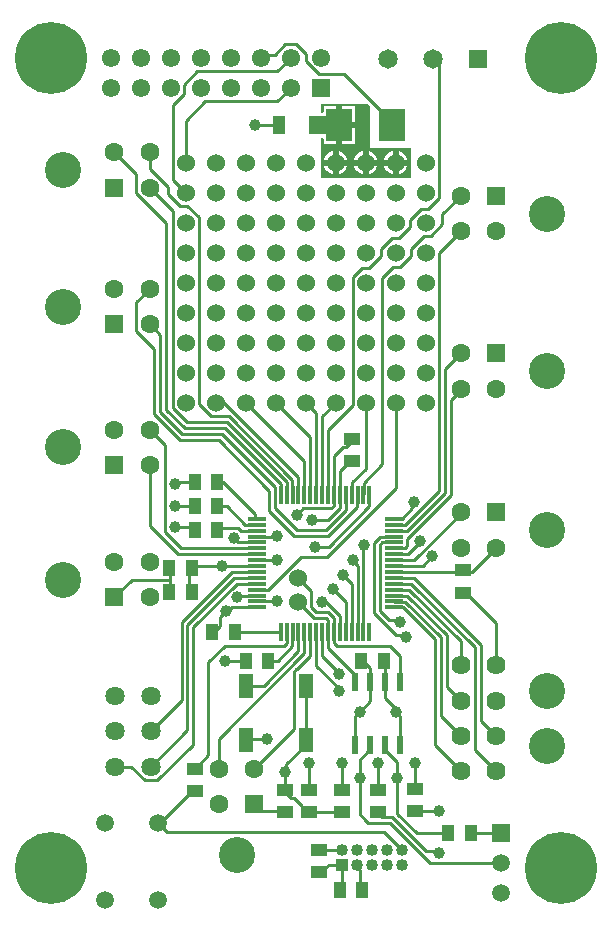
<source format=gbr>
%TF.GenerationSoftware,Altium Limited,Altium Designer,20.1.14 (287)*%
G04 Layer_Physical_Order=4*
G04 Layer_Color=16711680*
%FSLAX25Y25*%
%MOIN*%
%TF.SameCoordinates,66620FBD-E1AE-4FB5-826F-034038840454*%
%TF.FilePolarity,Positive*%
%TF.FileFunction,Copper,L4,Bot,Signal*%
%TF.Part,Single*%
G01*
G75*
%TA.AperFunction,SMDPad,CuDef*%
%ADD10R,0.05512X0.04134*%
%TA.AperFunction,Conductor*%
%ADD15C,0.01100*%
%TA.AperFunction,ComponentPad*%
%ADD16C,0.06000*%
%ADD17C,0.12008*%
%ADD18C,0.06319*%
%ADD19R,0.06319X0.06319*%
%ADD20R,0.06102X0.06102*%
%ADD21C,0.06102*%
%ADD22C,0.06378*%
%ADD23C,0.05898*%
%ADD24R,0.04000X0.04000*%
%ADD25C,0.04000*%
%ADD26R,0.06319X0.06319*%
%ADD27R,0.06496X0.06496*%
%ADD28C,0.06496*%
%ADD29C,0.06417*%
%ADD30R,0.05906X0.05906*%
%ADD31C,0.05906*%
%TA.AperFunction,ViaPad*%
%ADD32C,0.03937*%
%ADD33C,0.24000*%
%TA.AperFunction,SMDPad,CuDef*%
%ADD34R,0.03937X0.06299*%
%ADD35R,0.01181X0.06496*%
%ADD36R,0.06496X0.01181*%
%ADD37R,0.05118X0.08268*%
%ADD38R,0.02362X0.05906*%
%ADD39R,0.04134X0.05512*%
%ADD40R,0.08500X0.10799*%
%TA.AperFunction,Conductor*%
%ADD41C,0.06000*%
%ADD42C,0.01500*%
G36*
X121500Y268904D02*
X121500Y255000D01*
X135000Y255000D01*
X135000Y245000D01*
X105000Y245000D01*
X105000Y258350D01*
X105968D01*
X106049Y257884D01*
Y256100D01*
X110299D01*
Y262500D01*
Y268900D01*
X106049D01*
Y267116D01*
X105968Y266650D01*
X105000D01*
Y269500D01*
X120904Y269500D01*
X121500Y268904D01*
D02*
G37*
%LPC*%
G36*
X116549Y268900D02*
X112299D01*
Y263500D01*
X116549D01*
Y268900D01*
D02*
G37*
G36*
Y261500D02*
X112299D01*
Y256100D01*
X116549D01*
Y261500D01*
D02*
G37*
G36*
X131000Y253903D02*
Y251000D01*
X133903D01*
X133897Y251044D01*
X133494Y252017D01*
X132853Y252853D01*
X132017Y253494D01*
X131044Y253897D01*
X131000Y253903D01*
D02*
G37*
G36*
X121000D02*
Y251000D01*
X123903D01*
X123897Y251044D01*
X123494Y252017D01*
X122853Y252853D01*
X122017Y253494D01*
X121044Y253897D01*
X121000Y253903D01*
D02*
G37*
G36*
X111000D02*
Y251000D01*
X113903D01*
X113897Y251044D01*
X113494Y252017D01*
X112853Y252853D01*
X112017Y253494D01*
X111044Y253897D01*
X111000Y253903D01*
D02*
G37*
G36*
X109000D02*
X108956Y253897D01*
X107983Y253494D01*
X107147Y252853D01*
X106506Y252017D01*
X106103Y251044D01*
X106097Y251000D01*
X109000D01*
Y253903D01*
D02*
G37*
G36*
X119000D02*
X118956Y253897D01*
X117983Y253494D01*
X117147Y252853D01*
X116506Y252017D01*
X116103Y251044D01*
X116097Y251000D01*
X119000D01*
Y253903D01*
D02*
G37*
G36*
X129000D02*
X128956Y253897D01*
X127983Y253494D01*
X127147Y252853D01*
X126506Y252017D01*
X126103Y251044D01*
X126097Y251000D01*
X129000D01*
Y253903D01*
D02*
G37*
G36*
X133903Y249000D02*
X131000D01*
Y246097D01*
X131044Y246103D01*
X132017Y246506D01*
X132853Y247147D01*
X133494Y247983D01*
X133897Y248956D01*
X133903Y249000D01*
D02*
G37*
G36*
X113903D02*
X111000D01*
Y246097D01*
X111044Y246103D01*
X112017Y246506D01*
X112853Y247147D01*
X113494Y247983D01*
X113897Y248956D01*
X113903Y249000D01*
D02*
G37*
G36*
X123903D02*
X121000D01*
Y246097D01*
X121044Y246103D01*
X122017Y246506D01*
X122853Y247147D01*
X123494Y247983D01*
X123897Y248956D01*
X123903Y249000D01*
D02*
G37*
G36*
X119000D02*
X116097D01*
X116103Y248956D01*
X116506Y247983D01*
X117147Y247147D01*
X117983Y246506D01*
X118956Y246103D01*
X119000Y246097D01*
Y249000D01*
D02*
G37*
G36*
X129000D02*
X126097D01*
X126103Y248956D01*
X126506Y247983D01*
X127147Y247147D01*
X127983Y246506D01*
X128956Y246103D01*
X129000Y246097D01*
Y249000D01*
D02*
G37*
G36*
X109000D02*
X106097D01*
X106103Y248956D01*
X106506Y247983D01*
X107147Y247147D01*
X107983Y246506D01*
X108956Y246103D01*
X109000Y246097D01*
Y249000D01*
D02*
G37*
%LPD*%
D10*
X63000Y40520D02*
D03*
Y48000D02*
D03*
X136500Y33760D02*
D03*
Y41240D02*
D03*
X112000Y33500D02*
D03*
Y40980D02*
D03*
X101000Y33500D02*
D03*
Y40980D02*
D03*
X124000Y33500D02*
D03*
Y40980D02*
D03*
X104500Y21000D02*
D03*
Y13520D02*
D03*
X93000Y33410D02*
D03*
Y40890D02*
D03*
X152500Y114091D02*
D03*
Y106610D02*
D03*
X115500Y157890D02*
D03*
Y150409D02*
D03*
D15*
X104375Y279401D02*
X112949D01*
X128701Y263650D01*
X96823Y289401D02*
X100000Y286224D01*
X128701Y262500D02*
Y263650D01*
X85925Y285925D02*
X89701D01*
X93177Y289401D01*
X96823D01*
X100000Y283776D02*
X104375Y279401D01*
X85000Y285000D02*
X85925Y285925D01*
X100000Y283776D02*
Y286224D01*
X59401Y276000D02*
X63901Y280500D01*
X90500D01*
X95000Y285000D01*
X60000Y264000D02*
X66500Y270500D01*
X90500D02*
X95000Y275000D01*
X66500Y270500D02*
X90500D01*
X55650Y244350D02*
Y269150D01*
X60000Y240000D02*
Y240000D01*
X55650Y244350D02*
X60000Y240000D01*
Y250000D02*
Y264000D01*
X59401Y272901D02*
Y276000D01*
X55650Y269150D02*
X59401Y272901D01*
X83000Y262500D02*
X91189D01*
X67445Y52445D02*
Y83445D01*
X73000Y89000D02*
X92822D01*
X67445Y83445D02*
X73000Y89000D01*
X63000Y48000D02*
X67445Y52445D01*
X50630Y44130D02*
X62500Y56000D01*
Y95126D01*
X83606Y109610D02*
X83634Y109582D01*
X46356Y44130D02*
X50630D01*
X73265Y84000D02*
X80000D01*
X93677Y93634D02*
X93705Y93662D01*
X93677Y89855D02*
Y93634D01*
X92822Y89000D02*
X93677Y89855D01*
X50860Y29795D02*
X51587D01*
X50858D02*
X50860D01*
X51587D02*
X62311Y40520D01*
X63000D01*
X82906Y48012D02*
X96000Y61106D01*
Y80157D01*
X80000Y75555D02*
X86024D01*
X71095Y48012D02*
Y57939D01*
X86024Y75555D02*
X97642Y87173D01*
X99582Y86427D02*
Y93634D01*
X97642Y87173D02*
Y93662D01*
X96000Y80157D02*
X96882Y81039D01*
X71095Y57939D02*
X99582Y86427D01*
X101579Y85579D02*
Y93662D01*
X96882Y81039D02*
X97039D01*
X101579Y85579D01*
X136019Y111551D02*
X158500Y89070D01*
Y63839D02*
X163492Y58846D01*
X158500Y63839D02*
Y89070D01*
X135273Y109610D02*
X156500Y88383D01*
Y54028D02*
Y88383D01*
Y54028D02*
X163492Y47035D01*
X129366Y111551D02*
X136019D01*
X134554Y107642D02*
X151681Y90515D01*
X129338Y109610D02*
X135273D01*
X151681Y82468D02*
Y90515D01*
X143000Y55717D02*
X151681Y47035D01*
X132439Y101696D02*
X143000Y91135D01*
Y55717D02*
Y91135D01*
X147000Y75339D02*
X151681Y70657D01*
X133145Y103677D02*
X145000Y91822D01*
Y65528D02*
X151681Y58846D01*
X145000Y65528D02*
Y91822D01*
X133863Y105645D02*
X147000Y92509D01*
Y75339D02*
Y92509D01*
X111421Y93662D02*
Y98878D01*
X105516Y85484D02*
Y93662D01*
X83690Y103733D02*
X90233D01*
X132957Y92543D02*
X133500Y92000D01*
X135554Y134822D02*
Y136361D01*
X105516Y85484D02*
X111000Y80000D01*
X83662Y117484D02*
X83678Y117500D01*
X108634Y134740D02*
X109425Y135531D01*
X103547Y82260D02*
Y93662D01*
X139095Y115516D02*
X142290Y118710D01*
X133981Y119481D02*
X138000Y123500D01*
X116000Y116732D02*
Y117477D01*
X90330Y125330D02*
X90500Y125500D01*
X116000Y116732D02*
X117327Y115405D01*
X127125Y95562D02*
X130144Y92543D01*
X103000Y122000D02*
X107705D01*
X121236Y139310D02*
X121264Y139338D01*
X109000Y107999D02*
Y108000D01*
X107581Y131000D02*
X111393Y134812D01*
X105500Y103500D02*
X106800D01*
X77582Y123418D02*
X83634D01*
X131995Y131264D02*
X135554Y134822D01*
X121236Y135531D02*
Y139310D01*
X103547Y82260D02*
X111000Y74807D01*
X83662Y103705D02*
X83690Y103733D01*
X76000Y125000D02*
X77582Y123418D01*
X83662Y125358D02*
X83690Y125330D01*
X90330D01*
X119295Y93662D02*
Y122295D01*
X125531Y123362D02*
X129310D01*
X109000Y107999D02*
X113390Y103609D01*
X111000Y79500D02*
Y80000D01*
X115358Y93662D02*
Y109642D01*
X102000Y131000D02*
X107581D01*
X111000Y74000D02*
Y74807D01*
X130144Y92543D02*
X132957D01*
X124812Y125330D02*
X129310D01*
X76000Y125000D02*
X76000D01*
X90233Y103733D02*
X90500Y104000D01*
X77122Y105055D02*
X77712Y105645D01*
X117327Y93662D02*
Y115405D01*
X129338Y115516D02*
X139095D01*
X135554Y136361D02*
X136097Y136904D01*
X127882Y97445D02*
X131055D01*
X113390Y93662D02*
Y103609D01*
X77712Y105645D02*
X83634D01*
X83678Y117500D02*
X90500D01*
X119295Y122295D02*
X119500Y122500D01*
X138000Y123500D02*
Y124000D01*
X106800Y103500D02*
X111421Y98878D01*
X112500Y112500D02*
X115358Y109642D01*
X124740Y122571D02*
X125531Y123362D01*
X129338Y131264D02*
X131995D01*
X109425Y135531D02*
Y139310D01*
X83634Y105645D02*
X83662Y105673D01*
X115977Y117500D02*
X116000Y117477D01*
X129366Y119481D02*
X133981D01*
X99240Y134740D02*
X108634D01*
X127077Y95562D02*
X127125D01*
X111393Y139310D02*
X111421Y139338D01*
X124740Y100586D02*
Y122571D01*
X131055Y97445D02*
X131500Y97000D01*
X97000Y132500D02*
X99240Y134740D01*
X124740Y100586D02*
X127882Y97445D01*
X122840Y99800D02*
X127077Y95562D01*
X109425Y139310D02*
X109453Y139338D01*
X122840Y99800D02*
Y123358D01*
X111393Y134812D02*
Y139310D01*
X122840Y123358D02*
X124812Y125330D01*
X107705Y122000D02*
X121236Y135531D01*
X109453Y152275D02*
X112468Y155290D01*
X109453Y139338D02*
Y152275D01*
X151681Y132988D02*
Y133405D01*
X136177Y117484D02*
X151681Y132988D01*
X129338Y117484D02*
X136177D01*
X60600Y60970D02*
Y95913D01*
X76984Y109610D02*
X83606D01*
X76266Y111579D02*
X83606D01*
X83634Y111551D01*
X58700Y70881D02*
Y96700D01*
X62500Y95126D02*
X76984Y109610D01*
X60600Y95913D02*
X76266Y111579D01*
X58700Y96700D02*
X75547Y113547D01*
X83662D01*
X74268Y100500D02*
X75504Y101736D01*
X83662D01*
X73500Y100500D02*
X74268D01*
X71509Y98509D02*
X73500Y100500D01*
X71509Y95509D02*
Y98509D01*
X89796Y134704D02*
X97000Y127500D01*
X87896Y133857D02*
X96153Y125600D01*
X87896Y133857D02*
Y140604D01*
X96153Y125600D02*
X107555D01*
X89796Y134704D02*
Y141704D01*
X97000Y127500D02*
X106768D01*
X155604Y113500D02*
X163492Y121388D01*
X152500Y113500D02*
X155604D01*
X152453Y113547D02*
X152500Y113500D01*
X48000Y149177D02*
X48012Y149189D01*
X48000Y129000D02*
X57547Y119453D01*
X48000Y129000D02*
Y149177D01*
X48012Y161000D02*
X53000Y156012D01*
Y127000D02*
Y156012D01*
X60348Y163500D02*
X73687D01*
X55650Y168198D02*
Y173702D01*
Y168198D02*
X60348Y163500D01*
X51500Y166974D02*
Y192606D01*
Y166974D02*
X58974Y159500D01*
X72000D01*
X59661Y161500D02*
X73000D01*
X58287Y157500D02*
X71000D01*
X49500Y166287D02*
X58287Y157500D01*
X53500Y167661D02*
Y229729D01*
Y167661D02*
X59661Y161500D01*
X49500Y166287D02*
Y188000D01*
X55650Y173702D02*
X55650Y173702D01*
Y233956D01*
X72000Y159500D02*
X89796Y141704D01*
X48012Y196095D02*
X51500Y192606D01*
X48012Y241595D02*
X55650Y233956D01*
X73687Y163500D02*
X93677Y143510D01*
X54701Y111000D02*
Y115000D01*
Y107000D02*
Y111000D01*
X36201Y105095D02*
X42106Y111000D01*
X54701D01*
X106768Y127500D02*
X113390Y134122D01*
X107555Y125600D02*
X117299Y135344D01*
X107074Y118682D02*
X130000Y141608D01*
X98481Y118682D02*
X107074D01*
X87469Y107670D02*
X98481Y118682D01*
X117299Y135344D02*
Y139310D01*
X113390Y134122D02*
Y139282D01*
X101850Y101837D02*
Y107150D01*
X103527Y100160D02*
X107452D01*
X101850Y101837D02*
X103527Y100160D01*
X97500Y103500D02*
X102740Y98260D01*
X106666D01*
X97500Y111500D02*
X101850Y107150D01*
X107452Y100160D02*
X109425Y98188D01*
X106666Y98260D02*
X107456Y97469D01*
Y93690D02*
Y97469D01*
X109425Y93690D02*
X109453Y93662D01*
X107456Y93690D02*
X107484Y93662D01*
X93677Y139366D02*
X93705Y139338D01*
X109425Y93690D02*
Y98188D01*
X93677Y139366D02*
Y143510D01*
X72000Y115516D02*
X83662D01*
X61516D02*
X72000D01*
X111421Y139338D02*
Y147216D01*
X115205Y151000D01*
X115500D01*
X112468Y155290D02*
X113491D01*
X115201Y157000D01*
X61500Y107000D02*
X61850Y106650D01*
X58579Y121421D02*
X83606D01*
X57547Y119453D02*
X83662D01*
X53000Y127000D02*
X58579Y121421D01*
X61000Y107000D02*
Y115000D01*
X61516Y115516D01*
X69500Y93500D02*
X71509Y95509D01*
X163492Y82468D02*
Y96504D01*
X152795Y107201D02*
X163492Y96504D01*
X129338Y113547D02*
X152453D01*
X82906Y36201D02*
X85106Y34000D01*
X93000D01*
X53655Y27000D02*
X126000D01*
X132000Y21000D01*
X50860Y29795D02*
X53655Y27000D01*
X80000Y57445D02*
X80555Y58000D01*
X87000D01*
X100000Y57445D02*
Y75555D01*
X93000Y46821D02*
X93543Y47364D01*
Y49413D02*
X100000Y55870D01*
Y57445D01*
X93543Y47364D02*
Y49413D01*
X101000Y40980D02*
Y50000D01*
X93000Y40299D02*
Y46821D01*
Y40299D02*
X95009Y38290D01*
X96032D01*
X98794Y35528D01*
Y35017D02*
Y35528D01*
Y35017D02*
X100311Y33500D01*
X101000D01*
X112000D01*
X136500Y33760D02*
X136740Y34000D01*
X144500D01*
X143957Y20543D02*
X144500Y20000D01*
X140144Y20543D02*
X143957D01*
X132000Y16000D02*
Y16000D01*
X141500Y16500D02*
X165000D01*
X120768Y30000D02*
X128000D01*
X141500Y16500D01*
X128704Y31983D02*
X140144Y20543D01*
X125517Y31983D02*
X128704D01*
X130500Y33000D02*
X137000Y26500D01*
X130500Y33000D02*
Y45000D01*
Y50240D01*
X137000Y26500D02*
X147520D01*
X136500Y41240D02*
Y50000D01*
X136500Y50000D02*
X136500Y50000D01*
X124000Y33500D02*
X125517Y31983D01*
X119894Y30874D02*
X120768Y30000D01*
X119894Y30874D02*
Y30942D01*
X118000Y32836D02*
X119894Y30942D01*
X130000Y66937D02*
X131500Y65437D01*
Y56012D02*
Y65437D01*
X83690Y107670D02*
X87469D01*
X130000Y141608D02*
Y170000D01*
X129366Y121449D02*
X133145D01*
X133936Y122240D01*
Y124629D01*
X148500Y139193D01*
Y170974D01*
X133947Y127327D02*
X146500Y139880D01*
Y181224D01*
X133256Y129323D02*
X144500Y140567D01*
Y219913D01*
X129366Y129323D02*
X133256D01*
X129338Y127327D02*
X133947D01*
X83662Y107642D02*
X83690Y107670D01*
X125500Y149500D02*
Y211652D01*
X118000Y45000D02*
Y51000D01*
X120869Y53609D02*
X121500Y54240D01*
X120609Y53609D02*
X120869D01*
X118000Y51000D02*
X120609Y53609D01*
X121500Y54240D02*
Y56012D01*
X115386Y143386D02*
X120000Y148000D01*
X115386Y139366D02*
Y143386D01*
X120000Y148000D02*
Y170000D01*
X115358Y139338D02*
X115386Y139366D01*
X119323D02*
Y143323D01*
X125500Y149500D01*
X151681Y174155D02*
Y174594D01*
X148500Y170974D02*
X151681Y174155D01*
X146500Y181224D02*
X151681Y186406D01*
X131500Y76878D02*
Y85500D01*
X110336Y89000D02*
X128000D01*
X131500Y85500D01*
X121500Y76878D02*
Y81406D01*
X119201Y83705D02*
X121500Y81406D01*
X119201Y83705D02*
Y84000D01*
X126500Y76878D02*
Y83000D01*
X125500Y84000D02*
X126500Y83000D01*
X109453Y93662D02*
X109481Y93634D01*
Y89855D02*
Y93634D01*
Y89855D02*
X110336Y89000D01*
X129338Y107642D02*
X134554D01*
X129366Y105645D02*
X133863D01*
X129366Y103677D02*
X133145D01*
X129378Y101696D02*
X132439D01*
X112000Y40980D02*
Y50480D01*
X124000Y40980D02*
X124000Y40980D01*
Y49883D01*
X124024Y49907D01*
X118000Y32836D02*
Y45000D01*
X155000Y26500D02*
X165000D01*
X130000Y67000D02*
Y68000D01*
Y66937D02*
Y67000D01*
X118000D02*
X121500Y70500D01*
X116500Y65500D02*
X118000Y67000D01*
X126500Y54240D02*
Y56012D01*
Y54240D02*
X130500Y50240D01*
X95645Y88958D02*
Y93634D01*
X87480Y84000D02*
X90687D01*
X95645Y88958D01*
X126500Y71500D02*
X130000Y68000D01*
X116500Y76878D02*
Y79193D01*
X107484Y88209D02*
X116500Y79193D01*
X107484Y88209D02*
Y93662D01*
X126500Y71500D02*
Y76878D01*
X116500Y56012D02*
Y65500D01*
X121500Y70500D02*
Y76878D01*
X56500Y143000D02*
X57000Y143500D01*
X63000D01*
X56500Y135500D02*
X63000D01*
X56500Y128500D02*
X62000D01*
X63000Y127500D01*
X70480D02*
X71299Y128319D01*
X70480Y143500D02*
X72500D01*
X83140Y132860D01*
X73678Y135500D02*
X79855Y129323D01*
X70480Y135500D02*
X73678D01*
X83622Y131304D02*
X83662Y131264D01*
X83140Y131304D02*
X83622D01*
X83140D02*
Y132860D01*
X83634Y129323D02*
X83662Y129295D01*
X79855Y129323D02*
X83634D01*
X78366Y127327D02*
X83662D01*
X77375Y128319D02*
X78366Y127327D01*
X71299Y128319D02*
X77375D01*
X95645Y93634D02*
X95673Y93662D01*
X75961D02*
X91736D01*
X75799Y93500D02*
X75961Y93662D01*
X115650Y169150D02*
Y211802D01*
X107484Y139338D02*
Y160984D01*
X115650Y169150D01*
X125000Y221152D02*
X128848Y225000D01*
X121152Y215000D02*
X125000Y218848D01*
Y221152D01*
X144350Y238198D02*
Y282650D01*
X142500Y284500D02*
X144350Y282650D01*
X138361Y234512D02*
X140664D01*
X134675Y228523D02*
Y230827D01*
X138361Y234512D01*
X140664D02*
X144350Y238198D01*
X128848Y225000D02*
X131152D01*
X134675Y228523D01*
X118848Y215000D02*
X121152D01*
X115650Y211802D02*
X118848Y215000D01*
X125500Y211652D02*
X129166Y215318D01*
X131470D01*
X71000Y157500D02*
X87896Y140604D01*
X68348Y165500D02*
X74374D01*
X91696Y139378D02*
Y142804D01*
X95645Y139366D02*
Y144229D01*
X74374Y165500D02*
X95645Y144229D01*
X73000Y161500D02*
X91696Y142804D01*
X95645Y139366D02*
X95673Y139338D01*
X72780Y170000D02*
X97642Y145138D01*
X70000Y170000D02*
X72780D01*
X97642Y139338D02*
Y145138D01*
X64350Y169498D02*
X68348Y165500D01*
X64350Y169498D02*
Y231802D01*
X105516Y165516D02*
X110000Y170000D01*
X100000D02*
X103547Y166453D01*
Y139338D02*
Y166453D01*
X101551Y139366D02*
Y158449D01*
X90000Y170000D02*
X101551Y158449D01*
X99610Y139338D02*
Y150390D01*
X80000Y170000D02*
X99610Y150390D01*
X54254Y239594D02*
Y241729D01*
X58198Y235650D02*
X60502D01*
X64350Y231802D01*
X48012Y247972D02*
Y253405D01*
Y247972D02*
X54254Y241729D01*
Y239594D02*
X58198Y235650D01*
X43500Y194000D02*
X49500Y188000D01*
X43502Y239727D02*
X53500Y229729D01*
X43500Y194000D02*
Y203394D01*
X48012Y207906D01*
X117299Y139310D02*
X117327Y139338D01*
X43502Y239727D02*
Y246104D01*
X36201Y253405D02*
X43502Y246104D01*
X48319Y60500D02*
X58700Y70881D01*
X48319Y48689D02*
X60600Y60970D01*
X36508Y48689D02*
X41798D01*
X46356Y44130D01*
X119295Y139338D02*
X119323Y139366D01*
X134985Y218834D02*
Y221137D01*
X141773Y225621D02*
X145592Y229440D01*
X139469Y225621D02*
X141773D01*
X145592Y229440D02*
Y232817D01*
X131470Y215318D02*
X134985Y218834D01*
X145592Y232817D02*
X151681Y238906D01*
X134985Y221137D02*
X139469Y225621D01*
X144500Y219913D02*
X151681Y227095D01*
X105516Y139338D02*
Y165516D01*
X115705Y156650D02*
X116000D01*
X107669Y16000D02*
X112000D01*
X105189Y13520D02*
X107669Y16000D01*
X103000Y13520D02*
X103689D01*
X118299Y7500D02*
Y13916D01*
X117000Y15215D02*
X118299Y13916D01*
X117000Y15215D02*
Y16000D01*
X112000Y7500D02*
Y16000D01*
X104500Y21000D02*
X112000D01*
D16*
X130000Y250000D02*
D03*
X120000D02*
D03*
X110000D02*
D03*
X60000Y190000D02*
D03*
Y170000D02*
D03*
Y180000D02*
D03*
X97500Y103500D02*
D03*
Y111500D02*
D03*
X140000Y190000D02*
D03*
Y180000D02*
D03*
Y170000D02*
D03*
Y200000D02*
D03*
Y230000D02*
D03*
X120000Y170000D02*
D03*
X130000D02*
D03*
X140000Y210000D02*
D03*
Y220000D02*
D03*
X110000Y170000D02*
D03*
X100000D02*
D03*
X90000D02*
D03*
X80000D02*
D03*
X70000D02*
D03*
X60000Y210000D02*
D03*
X100000Y250000D02*
D03*
X90000D02*
D03*
X80000D02*
D03*
X130000Y240000D02*
D03*
X120000D02*
D03*
X110000D02*
D03*
X100000D02*
D03*
X90000D02*
D03*
X80000D02*
D03*
X110000Y230000D02*
D03*
X100000D02*
D03*
X90000D02*
D03*
X80000D02*
D03*
X70000D02*
D03*
X60000Y220000D02*
D03*
X70000Y190000D02*
D03*
X80000Y220000D02*
D03*
X70000D02*
D03*
X140000Y250000D02*
D03*
X90000Y190000D02*
D03*
X80000Y180000D02*
D03*
X120000Y230000D02*
D03*
X130000D02*
D03*
X140000Y240000D02*
D03*
X90000Y180000D02*
D03*
X70000Y210000D02*
D03*
X130000Y220000D02*
D03*
X120000D02*
D03*
X110000D02*
D03*
X100000D02*
D03*
X90000D02*
D03*
X130000Y210000D02*
D03*
X120000D02*
D03*
X110000D02*
D03*
X100000D02*
D03*
X90000D02*
D03*
X80000D02*
D03*
X120000Y200000D02*
D03*
X110000D02*
D03*
X100000D02*
D03*
X90000D02*
D03*
X80000D02*
D03*
X70000D02*
D03*
Y250000D02*
D03*
X100000Y190000D02*
D03*
X70000Y180000D02*
D03*
X130000D02*
D03*
X120000D02*
D03*
X110000D02*
D03*
X100000D02*
D03*
X70000Y240000D02*
D03*
X80000Y190000D02*
D03*
X60000Y200000D02*
D03*
X130000D02*
D03*
X60000Y230000D02*
D03*
X110000Y190000D02*
D03*
X130000D02*
D03*
X120000D02*
D03*
X60000Y240000D02*
D03*
Y250000D02*
D03*
D17*
X19193Y155095D02*
D03*
X180500Y74004D02*
D03*
Y55500D02*
D03*
Y233000D02*
D03*
Y180500D02*
D03*
Y127500D02*
D03*
X19193Y111000D02*
D03*
Y202000D02*
D03*
Y247500D02*
D03*
X77000Y19193D02*
D03*
D18*
X48012Y161000D02*
D03*
Y149189D02*
D03*
X36201Y161000D02*
D03*
X151681Y227095D02*
D03*
Y238906D02*
D03*
X163492Y227095D02*
D03*
X151681Y174594D02*
D03*
Y186406D02*
D03*
X163492Y174594D02*
D03*
X151681Y121595D02*
D03*
Y133405D02*
D03*
X163492Y121595D02*
D03*
X48012Y116905D02*
D03*
Y105095D02*
D03*
X36201Y116905D02*
D03*
X48012Y207906D02*
D03*
Y196095D02*
D03*
X36201Y207906D02*
D03*
X48012Y253405D02*
D03*
Y241595D02*
D03*
X36201Y253405D02*
D03*
X71095Y48012D02*
D03*
X82906D02*
D03*
X71095Y36201D02*
D03*
D19*
X36201Y149189D02*
D03*
X163492Y238906D02*
D03*
Y186406D02*
D03*
Y133405D02*
D03*
X36201Y105095D02*
D03*
Y196095D02*
D03*
Y241595D02*
D03*
D20*
X105000Y275000D02*
D03*
D21*
X95000D02*
D03*
X85000D02*
D03*
X75000D02*
D03*
X65000D02*
D03*
X55000D02*
D03*
X45000D02*
D03*
X35000D02*
D03*
X105000Y285000D02*
D03*
X95000D02*
D03*
X85000D02*
D03*
X75000D02*
D03*
X65000D02*
D03*
X55000D02*
D03*
X45000D02*
D03*
X35000D02*
D03*
D22*
X151681Y47035D02*
D03*
Y58846D02*
D03*
Y70657D02*
D03*
Y82468D02*
D03*
X163492Y47035D02*
D03*
Y58846D02*
D03*
Y70657D02*
D03*
Y82468D02*
D03*
D23*
X33142Y4205D02*
D03*
Y29795D02*
D03*
X50858D02*
D03*
Y4205D02*
D03*
D24*
X112000Y16000D02*
D03*
D25*
Y21000D02*
D03*
X117000Y16000D02*
D03*
Y21000D02*
D03*
X122000Y16000D02*
D03*
Y21000D02*
D03*
X127000Y16000D02*
D03*
Y21000D02*
D03*
X132000Y16000D02*
D03*
Y21000D02*
D03*
D26*
X82906Y36201D02*
D03*
D27*
X157500Y284500D02*
D03*
D28*
X142500D02*
D03*
X127500D02*
D03*
D29*
X36508Y72311D02*
D03*
Y60500D02*
D03*
Y48689D02*
D03*
X48319D02*
D03*
Y60500D02*
D03*
Y72311D02*
D03*
D30*
X165000Y26500D02*
D03*
D31*
Y16500D02*
D03*
Y6500D02*
D03*
D32*
X83000Y262500D02*
D03*
X73265Y84000D02*
D03*
X103000Y122000D02*
D03*
X102000Y131000D02*
D03*
X90500Y117500D02*
D03*
X142290Y118710D02*
D03*
X131500Y97000D02*
D03*
X76000Y125000D02*
D03*
X119500Y122500D02*
D03*
X111000Y73768D02*
D03*
X90500Y125500D02*
D03*
Y104000D02*
D03*
X138000Y124000D02*
D03*
X112500Y112500D02*
D03*
X109000Y108000D02*
D03*
X111000Y79500D02*
D03*
X136097Y136904D02*
D03*
X105500Y103500D02*
D03*
X97000Y132500D02*
D03*
X77122Y105055D02*
D03*
X133500Y92000D02*
D03*
X115977Y117500D02*
D03*
X73500Y100500D02*
D03*
X72000Y115516D02*
D03*
X87000Y58000D02*
D03*
X101000Y50000D02*
D03*
X93000Y46821D02*
D03*
X144500Y34000D02*
D03*
Y20000D02*
D03*
X136500Y50000D02*
D03*
X118000Y67000D02*
D03*
X130000D02*
D03*
X130500Y45000D02*
D03*
X124000Y50000D02*
D03*
X112000D02*
D03*
X118000Y45000D02*
D03*
X56500Y143000D02*
D03*
Y135500D02*
D03*
Y128500D02*
D03*
D33*
X185000Y285000D02*
D03*
X15000D02*
D03*
X185000Y15000D02*
D03*
X15000D02*
D03*
D34*
X103000Y262500D02*
D03*
X91189D02*
D03*
D35*
X91736Y139338D02*
D03*
X93705D02*
D03*
X95673D02*
D03*
X97642D02*
D03*
X99610D02*
D03*
X101579D02*
D03*
X103547D02*
D03*
X105516D02*
D03*
X107484D02*
D03*
X109453D02*
D03*
X111421D02*
D03*
X113390D02*
D03*
X115358D02*
D03*
X117327D02*
D03*
X119295D02*
D03*
X121264D02*
D03*
Y93662D02*
D03*
X119295D02*
D03*
X117327D02*
D03*
X115358D02*
D03*
X113390D02*
D03*
X111421D02*
D03*
X109453D02*
D03*
X107484D02*
D03*
X105516D02*
D03*
X103547D02*
D03*
X101579D02*
D03*
X99610D02*
D03*
X97642D02*
D03*
X95673D02*
D03*
X93705D02*
D03*
X91736D02*
D03*
D36*
X129338Y131264D02*
D03*
Y129295D02*
D03*
Y127327D02*
D03*
Y125358D02*
D03*
Y123390D02*
D03*
Y121421D02*
D03*
Y119453D02*
D03*
Y117484D02*
D03*
Y115516D02*
D03*
Y113547D02*
D03*
Y111579D02*
D03*
Y109610D02*
D03*
Y107642D02*
D03*
Y105673D02*
D03*
Y103705D02*
D03*
Y101736D02*
D03*
X83662D02*
D03*
Y103705D02*
D03*
Y105673D02*
D03*
Y107642D02*
D03*
Y109610D02*
D03*
Y111579D02*
D03*
Y113547D02*
D03*
Y115516D02*
D03*
Y117484D02*
D03*
Y119453D02*
D03*
Y121421D02*
D03*
Y123390D02*
D03*
Y125358D02*
D03*
Y127327D02*
D03*
Y129295D02*
D03*
Y131264D02*
D03*
D37*
X100000Y75555D02*
D03*
X80000D02*
D03*
Y57445D02*
D03*
X100000D02*
D03*
D38*
X116500Y56012D02*
D03*
X121500D02*
D03*
X126500D02*
D03*
X131500D02*
D03*
Y76878D02*
D03*
X126500D02*
D03*
X121500D02*
D03*
X116500D02*
D03*
D39*
X147520Y26500D02*
D03*
X155000D02*
D03*
X63000Y143500D02*
D03*
X70480D02*
D03*
X63000Y135500D02*
D03*
X70480D02*
D03*
X63000Y127500D02*
D03*
X70480D02*
D03*
X80000Y84000D02*
D03*
X87480D02*
D03*
X126091Y84000D02*
D03*
X118610D02*
D03*
X118890Y7500D02*
D03*
X111409D02*
D03*
X68910Y93500D02*
D03*
X76390D02*
D03*
X62090Y115000D02*
D03*
X54610D02*
D03*
X54610Y107000D02*
D03*
X62091D02*
D03*
D40*
X128701Y262500D02*
D03*
X111299D02*
D03*
D41*
X104500D02*
X111299D01*
D42*
X129000Y250000D02*
X130000D01*
%TF.MD5,832e476b149904a124f1ec90e29ad721*%
M02*

</source>
